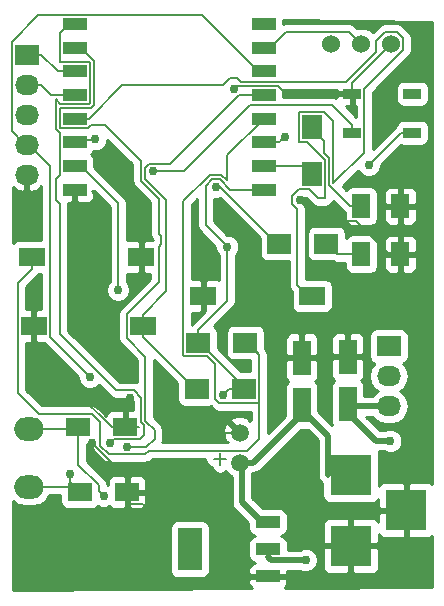
<source format=gtl>
G04 #@! TF.FileFunction,Copper,L1,Top,Signal*
%FSLAX46Y46*%
G04 Gerber Fmt 4.6, Leading zero omitted, Abs format (unit mm)*
G04 Created by KiCad (PCBNEW (2015-08-30 BZR 6134, Git 4e94d52)-product) date 02-Sep-15 10:21:18 AM*
%MOMM*%
G01*
G04 APERTURE LIST*
%ADD10C,0.100000*%
%ADD11C,0.150000*%
%ADD12R,3.500120X3.500120*%
%ADD13R,2.000000X1.600000*%
%ADD14R,1.501140X2.999740*%
%ADD15C,1.501140*%
%ADD16R,1.524000X2.032000*%
%ADD17R,2.032000X1.727200*%
%ADD18O,2.032000X1.727200*%
%ADD19R,2.000000X1.700000*%
%ADD20R,1.700000X2.000000*%
%ADD21C,1.524000*%
%ADD22R,2.180000X1.600000*%
%ADD23R,2.032000X3.657600*%
%ADD24R,2.032000X1.016000*%
%ADD25R,1.500000X0.900000*%
%ADD26O,2.499360X1.998980*%
%ADD27R,2.000000X1.000000*%
%ADD28C,0.762000*%
%ADD29C,2.500000*%
%ADD30C,0.177800*%
%ADD31C,0.500000*%
%ADD32C,0.254000*%
G04 APERTURE END LIST*
D10*
D11*
X157562740Y-114285760D02*
X157562740Y-113785380D01*
X157562740Y-114285760D02*
X157062360Y-114285760D01*
X157562740Y-114786140D02*
X157562740Y-114285760D01*
X157562740Y-114285760D02*
X157961520Y-114285760D01*
X157961520Y-114285760D02*
X158063120Y-114285760D01*
D12*
X168660000Y-115593860D03*
X168660000Y-121593340D03*
X173359000Y-118593600D03*
D13*
X145578000Y-111507000D03*
X149578000Y-111507000D03*
X145725320Y-117051820D03*
X149725320Y-117051820D03*
D14*
X164517260Y-105665000D03*
X164517260Y-109662960D03*
X168406000Y-105604040D03*
X168406000Y-109602000D03*
D15*
X159262000Y-112015000D03*
X159262000Y-114555000D03*
D16*
X172851000Y-92838000D03*
X169549000Y-92838000D03*
X172851000Y-96902000D03*
X169549000Y-96902000D03*
D17*
X171885800Y-104699800D03*
D18*
X171885800Y-107239800D03*
X171885800Y-109779800D03*
D17*
X141228000Y-80011000D03*
D18*
X141228000Y-82551000D03*
X141228000Y-85091000D03*
X141228000Y-87631000D03*
X141228000Y-90171000D03*
D19*
X155611000Y-108332000D03*
X159611000Y-108332000D03*
X159738000Y-104395000D03*
X155738000Y-104395000D03*
D20*
X165358000Y-90139000D03*
X165358000Y-86139000D03*
D19*
X162596000Y-96013000D03*
X166596000Y-96013000D03*
D21*
X169549000Y-79122000D03*
X172089000Y-79122000D03*
X167009000Y-79122000D03*
D22*
X156183570Y-100455680D03*
X165388430Y-100460320D03*
X151037430Y-103000320D03*
X141832570Y-102995680D03*
X141705570Y-97153680D03*
X150910430Y-97158320D03*
D23*
X155040520Y-121885440D03*
D24*
X161644520Y-121885440D03*
X161644520Y-119599440D03*
X161644520Y-124171440D03*
D25*
X173877000Y-86614000D03*
X173877000Y-83314000D03*
X168777000Y-83314000D03*
X168777000Y-86614000D03*
D26*
X141410880Y-111733060D03*
X141410880Y-116614940D03*
D27*
X161293000Y-91440000D03*
X161293000Y-89440000D03*
X161293000Y-87440000D03*
X161293000Y-85440000D03*
X161293000Y-83440000D03*
X161293000Y-81440000D03*
X161293000Y-79440000D03*
X161293000Y-77440000D03*
X145293000Y-91440000D03*
X145293000Y-89440000D03*
X145293000Y-87440000D03*
X145293000Y-85440000D03*
X145293000Y-83440000D03*
X145293000Y-81440000D03*
X145293000Y-79440000D03*
X145293000Y-77440000D03*
D28*
X147728423Y-117362101D03*
X145034000Y-109093000D03*
X146748500Y-112903000D03*
X149987000Y-109093000D03*
X153162404Y-111097619D03*
X152527000Y-118110000D03*
X156126336Y-98623680D03*
X141631116Y-101092624D03*
X151386678Y-95462320D03*
D29*
X173359000Y-118593600D03*
X168660000Y-121593340D03*
D28*
X158754000Y-82932000D03*
X164342000Y-92330000D03*
X152912000Y-116460000D03*
X144881085Y-115494484D03*
D29*
X168660000Y-115593860D03*
D28*
X164846000Y-122809000D03*
X172021500Y-112712500D03*
X170185224Y-89367861D03*
X158211267Y-96263342D03*
X157838560Y-108860249D03*
X146562000Y-107316000D03*
X163065422Y-86954627D03*
X157250410Y-91185488D03*
X148960658Y-99946441D03*
X147044859Y-87198672D03*
X149696232Y-113221421D03*
X148256123Y-112890009D03*
X151878986Y-89898399D03*
D30*
X145578000Y-111507000D02*
X145578000Y-114721728D01*
X147347424Y-116981102D02*
X147728423Y-117362101D01*
X147347424Y-116491152D02*
X147347424Y-116981102D01*
X145578000Y-114721728D02*
X147347424Y-116491152D01*
X141410880Y-111733060D02*
X145351940Y-111733060D01*
X145351940Y-111733060D02*
X145578000Y-111507000D01*
X145034000Y-109093000D02*
X145414999Y-108712001D01*
X145414999Y-108712001D02*
X145605201Y-108712001D01*
X145605201Y-108712001D02*
X148400200Y-111507000D01*
X148400200Y-111507000D02*
X149578000Y-111507000D01*
X149725320Y-117051820D02*
X149725320Y-115879820D01*
X149725320Y-115879820D02*
X146748500Y-112903000D01*
X149578000Y-111507000D02*
X149578000Y-109502000D01*
X149578000Y-109502000D02*
X149987000Y-109093000D01*
X153543403Y-111478618D02*
X153162404Y-111097619D01*
X154079785Y-112015000D02*
X153543403Y-111478618D01*
X159262000Y-112015000D02*
X154079785Y-112015000D01*
X149725320Y-118099320D02*
X152527000Y-118110000D01*
X149725320Y-118099320D02*
X149725320Y-117051820D01*
X149578000Y-111507000D02*
X150755800Y-111507000D01*
X156183570Y-100455680D02*
X156183570Y-98680914D01*
X156183570Y-98680914D02*
X156126336Y-98623680D01*
X141832570Y-102995680D02*
X141832570Y-101294078D01*
X141832570Y-101294078D02*
X141631116Y-101092624D01*
X150910430Y-97158320D02*
X150910430Y-95938568D01*
X150910430Y-95938568D02*
X151386678Y-95462320D01*
X168777000Y-83314000D02*
X163147062Y-83314000D01*
X163147062Y-83314000D02*
X162506361Y-82673299D01*
X162506361Y-82673299D02*
X159012701Y-82673299D01*
X159012701Y-82673299D02*
X158754000Y-82932000D01*
X172851000Y-96902000D02*
X171911200Y-96902000D01*
X171911200Y-96902000D02*
X169129901Y-94120701D01*
X169129901Y-94120701D02*
X166132701Y-94120701D01*
X166132701Y-94120701D02*
X164342000Y-92330000D01*
X172851000Y-92838000D02*
X172851000Y-96902000D01*
X149725320Y-117051820D02*
X152320180Y-117051820D01*
X152320180Y-117051820D02*
X152912000Y-116460000D01*
X168777000Y-83314000D02*
X168777000Y-82434000D01*
X168777000Y-82434000D02*
X172089000Y-79122000D01*
X144881085Y-115494484D02*
X144881085Y-116207585D01*
X144881085Y-116207585D02*
X145725320Y-117051820D01*
X141410880Y-116614940D02*
X145288440Y-116614940D01*
X145288440Y-116614940D02*
X145725320Y-117051820D01*
D31*
X159262000Y-114555000D02*
X159450026Y-114743026D01*
X159450026Y-114743026D02*
X159450026Y-117912946D01*
X159450026Y-117912946D02*
X161136520Y-119599440D01*
X164517260Y-110412260D02*
X164517260Y-110444452D01*
X164517260Y-110444452D02*
X160406712Y-114555000D01*
X160406712Y-114555000D02*
X160374520Y-114555000D01*
X164517260Y-109662960D02*
X164517260Y-110078710D01*
X164517260Y-110078710D02*
X166732140Y-112293590D01*
X166732140Y-112293590D02*
X166732140Y-115593860D01*
D30*
X166732140Y-115593860D02*
X168660000Y-115593860D01*
X164517260Y-109662960D02*
X164517260Y-110412260D01*
X160374520Y-114555000D02*
X160323466Y-114555000D01*
D31*
X160323466Y-114555000D02*
X159262000Y-114555000D01*
D30*
X161136520Y-119599440D02*
X161644520Y-119599440D01*
D31*
X164846000Y-122809000D02*
X161882280Y-122809000D01*
X161882280Y-122809000D02*
X161644520Y-122571240D01*
D30*
X161644520Y-122571240D02*
X161644520Y-121885440D01*
D31*
X168406000Y-110351300D02*
X170767200Y-112712500D01*
X170767200Y-112712500D02*
X172021500Y-112712500D01*
D30*
X168406000Y-109602000D02*
X168406000Y-110351300D01*
X162152520Y-121885440D02*
X161644520Y-121885440D01*
D31*
X171885800Y-109779800D02*
X168266300Y-109779800D01*
D30*
X168266300Y-109779800D02*
X168149460Y-109662960D01*
X168149460Y-110412260D02*
X168149460Y-109662960D01*
X173877000Y-86614000D02*
X172939085Y-86614000D01*
X172939085Y-86614000D02*
X170185224Y-89367861D01*
X155738000Y-103367200D02*
X158211267Y-100893933D01*
X158211267Y-96802157D02*
X158211267Y-96263342D01*
X156365168Y-91112130D02*
X156365168Y-94417243D01*
X157561308Y-90537786D02*
X156939512Y-90537786D01*
X158211267Y-100893933D02*
X158211267Y-96802157D01*
X158463522Y-91440000D02*
X157561308Y-90537786D01*
X155738000Y-104395000D02*
X155738000Y-103367200D01*
X157830268Y-95882343D02*
X158211267Y-96263342D01*
X156365168Y-94417243D02*
X157830268Y-95882343D01*
X161293000Y-91440000D02*
X158463522Y-91440000D01*
X156939512Y-90537786D02*
X156365168Y-91112130D01*
X159611000Y-108332000D02*
X158366809Y-108332000D01*
X158366809Y-108332000D02*
X157838560Y-108860249D01*
X161293000Y-81440000D02*
X160793000Y-81440000D01*
X160793000Y-81440000D02*
X156026299Y-76673299D01*
X156026299Y-76673299D02*
X142206039Y-76673299D01*
X142206039Y-76673299D02*
X139945290Y-78934048D01*
X139945290Y-78934048D02*
X139945290Y-86500690D01*
X139945290Y-86500690D02*
X141075600Y-87631000D01*
X141075600Y-87631000D02*
X141228000Y-87631000D01*
X155738000Y-104395000D02*
X155888000Y-104395000D01*
X155888000Y-104395000D02*
X159611000Y-108118000D01*
X159611000Y-108118000D02*
X159611000Y-108332000D01*
X141228000Y-87631000D02*
X141380400Y-87631000D01*
X141380400Y-87631000D02*
X143189271Y-89439871D01*
X143189271Y-89439871D02*
X143189271Y-103943271D01*
X143189271Y-103943271D02*
X146562000Y-107316000D01*
X166385800Y-88333829D02*
X166385800Y-87316800D01*
X166385800Y-87316800D02*
X165358000Y-86289000D01*
X165358000Y-86289000D02*
X165358000Y-86139000D01*
X169549000Y-92838000D02*
X168609200Y-92838000D01*
X166830312Y-88778341D02*
X166385800Y-88333829D01*
X166830312Y-91059112D02*
X166830312Y-88778341D01*
X168609200Y-92838000D02*
X166830312Y-91059112D01*
X169549000Y-96902000D02*
X167485000Y-96902000D01*
X167485000Y-96902000D02*
X166596000Y-96013000D01*
X161293000Y-89440000D02*
X164659000Y-89440000D01*
X164659000Y-89440000D02*
X165358000Y-90139000D01*
X162580049Y-87440000D02*
X162684423Y-87335626D01*
X161293000Y-87440000D02*
X162580049Y-87440000D01*
X162684423Y-87335626D02*
X163065422Y-86954627D01*
X162596000Y-96013000D02*
X162446000Y-96013000D01*
X162446000Y-96013000D02*
X157618488Y-91185488D01*
X157618488Y-91185488D02*
X157250410Y-91185488D01*
X141705570Y-98131480D02*
X141705570Y-97153680D01*
X140475869Y-99361181D02*
X141705570Y-98131480D01*
X140475869Y-108684931D02*
X140475869Y-99361181D01*
X142231237Y-110440299D02*
X140475869Y-108684931D01*
X146791361Y-110440299D02*
X142231237Y-110440299D01*
X147459702Y-113111294D02*
X147459702Y-111108640D01*
X148217531Y-113869123D02*
X147459702Y-113111294D01*
X151212386Y-113869123D02*
X148217531Y-113869123D01*
X160915800Y-112520200D02*
X159898271Y-113537729D01*
X159888000Y-104395000D02*
X160915800Y-105422800D01*
X160915800Y-105422800D02*
X160915800Y-112520200D01*
X151543780Y-113537729D02*
X151212386Y-113869123D01*
X159898271Y-113537729D02*
X151543780Y-113537729D01*
X147459702Y-111108640D02*
X146791361Y-110440299D01*
X158199730Y-90673299D02*
X158199730Y-88533270D01*
X158199730Y-88533270D02*
X161293000Y-85440000D01*
X156501793Y-105511701D02*
X154524639Y-105511701D01*
X156711969Y-90182175D02*
X157708606Y-90182175D01*
X154471299Y-105458361D02*
X154471299Y-92422845D01*
X154524639Y-105511701D02*
X154471299Y-105458361D01*
X157190859Y-109171146D02*
X157190859Y-106200767D01*
X157527663Y-109507950D02*
X157190859Y-109171146D01*
X160765112Y-109507950D02*
X157527663Y-109507950D01*
X160877701Y-109395361D02*
X160765112Y-109507950D01*
X160877701Y-105384701D02*
X160877701Y-109395361D01*
X157708606Y-90182175D02*
X158199730Y-90673299D01*
X157190859Y-106200767D02*
X156501793Y-105511701D01*
X154471299Y-92422845D02*
X156711969Y-90182175D01*
X159888000Y-104395000D02*
X160877701Y-105384701D01*
X159738000Y-104395000D02*
X159888000Y-104395000D01*
X153026299Y-92327599D02*
X153026299Y-100033651D01*
X151231285Y-89587502D02*
X151231285Y-90532585D01*
X151037430Y-102022520D02*
X151037430Y-103000320D01*
X161293000Y-83440000D02*
X159185978Y-83440000D01*
X159185978Y-83440000D02*
X153375280Y-89250698D01*
X151568089Y-89250698D02*
X151231285Y-89587502D01*
X153375280Y-89250698D02*
X151568089Y-89250698D01*
X151231285Y-90532585D02*
X153026299Y-92327599D01*
X153026299Y-100033651D02*
X151037430Y-102022520D01*
X155611000Y-108332000D02*
X155461000Y-108332000D01*
X155461000Y-108332000D02*
X151037430Y-103908430D01*
X151037430Y-103908430D02*
X151037430Y-103000320D01*
X161293000Y-79440000D02*
X161793000Y-79440000D01*
X161793000Y-79440000D02*
X163139701Y-78093299D01*
X163139701Y-78093299D02*
X168520299Y-78093299D01*
X168520299Y-78093299D02*
X168787001Y-78360001D01*
X168787001Y-78360001D02*
X169549000Y-79122000D01*
X148960658Y-99407626D02*
X148960658Y-99946441D01*
X148960658Y-92607658D02*
X148960658Y-99407626D01*
X145293000Y-89440000D02*
X145793000Y-89440000D01*
X145793000Y-89440000D02*
X148960658Y-92607658D01*
X146993531Y-87250000D02*
X147044859Y-87198672D01*
X146054000Y-87250000D02*
X146993531Y-87250000D01*
X149313501Y-82597299D02*
X146470800Y-85440000D01*
X164120630Y-93067230D02*
X163694298Y-92640898D01*
X164241299Y-84925639D02*
X164294639Y-84872299D01*
X165913498Y-92180898D02*
X166474702Y-92180898D01*
X163694298Y-92640898D02*
X163694298Y-92019102D01*
X164285102Y-91428298D02*
X165160898Y-91428298D01*
X170798701Y-78889821D02*
X170798701Y-79782391D01*
X171595223Y-78093299D02*
X170798701Y-78889821D01*
X172582777Y-78093299D02*
X171595223Y-78093299D01*
X165388430Y-100460320D02*
X165098430Y-100460320D01*
X159064898Y-82030298D02*
X158443102Y-82030298D01*
X168263404Y-82317688D02*
X159352288Y-82317688D01*
X164120630Y-99482520D02*
X164120630Y-93067230D01*
X164241299Y-87352361D02*
X164241299Y-84925639D01*
X157876101Y-82597299D02*
X149313501Y-82597299D01*
X165160898Y-91428298D02*
X165913498Y-92180898D01*
X167185922Y-90911814D02*
X169793701Y-88304035D01*
X158443102Y-82030298D02*
X157876101Y-82597299D01*
X164294639Y-87405701D02*
X164241299Y-87352361D01*
X166474702Y-92180898D02*
X166474702Y-88925639D01*
X159352288Y-82317688D02*
X159064898Y-82030298D01*
X165098430Y-100460320D02*
X164120630Y-99482520D01*
X173117701Y-79615777D02*
X173117701Y-78628223D01*
X164294639Y-84872299D02*
X166421361Y-84872299D01*
X146470800Y-85440000D02*
X145293000Y-85440000D01*
X167185922Y-85636860D02*
X167185922Y-90911814D01*
X166421361Y-84872299D02*
X167185922Y-85636860D01*
X164954764Y-87405701D02*
X164294639Y-87405701D01*
X166474702Y-88925639D02*
X164954764Y-87405701D01*
X163694298Y-92019102D02*
X164285102Y-91428298D01*
X169793701Y-88304035D02*
X169793701Y-82939777D01*
X170798701Y-79782391D02*
X168263404Y-82317688D01*
X169793701Y-82939777D02*
X173117701Y-79615777D01*
X173117701Y-78628223D02*
X172582777Y-78093299D01*
X142421800Y-82551000D02*
X143310800Y-83440000D01*
X141228000Y-82551000D02*
X142421800Y-82551000D01*
X143310800Y-83440000D02*
X144115200Y-83440000D01*
X144115200Y-83440000D02*
X145293000Y-83440000D01*
X141228000Y-80011000D02*
X142421800Y-80011000D01*
X142421800Y-80011000D02*
X143850800Y-81440000D01*
X143850800Y-81440000D02*
X144115200Y-81440000D01*
X144115200Y-81440000D02*
X145293000Y-81440000D01*
X146915312Y-80562312D02*
X146915312Y-84300659D01*
X145793000Y-79440000D02*
X146915312Y-80562312D01*
X150875674Y-90679883D02*
X152394131Y-92198340D01*
X147853902Y-85996810D02*
X150875674Y-89018582D01*
X146644581Y-85996810D02*
X147853902Y-85996810D01*
X152394131Y-95169722D02*
X152612222Y-95387813D01*
X151260999Y-111006382D02*
X152047702Y-111793085D01*
X149680729Y-104013681D02*
X151260999Y-105593951D01*
X152394131Y-96280228D02*
X152394131Y-99273557D01*
X149680729Y-101986959D02*
X149680729Y-104013681D01*
X144079639Y-86206701D02*
X146434690Y-86206701D01*
X144026299Y-86153361D02*
X144079639Y-86206701D01*
X151357179Y-113221421D02*
X149696232Y-113221421D01*
X152047702Y-112530898D02*
X151357179Y-113221421D01*
X146434690Y-86206701D02*
X146644581Y-85996810D01*
X151260999Y-105593951D02*
X151260999Y-111006382D01*
X152047702Y-111793085D02*
X152047702Y-112530898D01*
X146915312Y-84300659D02*
X146653659Y-84562312D01*
X152612222Y-96062137D02*
X152394131Y-96280228D01*
X152394131Y-92198340D02*
X152394131Y-95169722D01*
X145293000Y-79440000D02*
X145793000Y-79440000D01*
X146653659Y-84562312D02*
X144026299Y-84562312D01*
X150875674Y-89018582D02*
X150875674Y-90679883D01*
X152394131Y-99273557D02*
X149680729Y-101986959D01*
X152612222Y-95387813D02*
X152612222Y-96062137D01*
X144026299Y-84562312D02*
X144026299Y-86153361D01*
X150903098Y-109050500D02*
X150903098Y-111151390D01*
X148572431Y-112573701D02*
X148256123Y-112890009D01*
X150791361Y-112573701D02*
X148572431Y-112573701D01*
X150297897Y-108445299D02*
X150903098Y-109050500D01*
X144026299Y-103675237D02*
X148796361Y-108445299D01*
X151111410Y-112253652D02*
X150791361Y-112573701D01*
X144026299Y-92656269D02*
X144026299Y-103675237D01*
X143670688Y-83795611D02*
X143670688Y-86300659D01*
X143670688Y-90579341D02*
X143670688Y-92300659D01*
X144026299Y-86656270D02*
X144026299Y-90223731D01*
X143670688Y-86300659D02*
X144026299Y-86656270D01*
X151111410Y-111359702D02*
X151111410Y-112253652D01*
X144081778Y-84206701D02*
X143670688Y-83795611D01*
X146506361Y-80673299D02*
X146559701Y-80726639D01*
X143670688Y-92300659D02*
X144026299Y-92656269D01*
X148796361Y-108445299D02*
X150297897Y-108445299D01*
X144079639Y-80673299D02*
X146506361Y-80673299D01*
X144026299Y-80619959D02*
X144079639Y-80673299D01*
X144026299Y-78206701D02*
X144026299Y-80619959D01*
X144793000Y-77440000D02*
X144026299Y-78206701D01*
X146506361Y-84206701D02*
X144081778Y-84206701D01*
X144026299Y-90223731D02*
X143670688Y-90579341D01*
X146559701Y-84153361D02*
X146506361Y-84206701D01*
X150903098Y-111151390D02*
X151111410Y-111359702D01*
X145293000Y-77440000D02*
X144793000Y-77440000D01*
X146559701Y-80726639D02*
X146559701Y-84153361D01*
X154508335Y-89898399D02*
X151878986Y-89898399D01*
X160089047Y-84317687D02*
X154508335Y-89898399D01*
X152417801Y-89898399D02*
X151878986Y-89898399D01*
X167108487Y-84317687D02*
X160089047Y-84317687D01*
X168777000Y-85986200D02*
X167108487Y-84317687D01*
X168777000Y-86614000D02*
X168777000Y-85986200D01*
D32*
G36*
X175570000Y-77214654D02*
X175570000Y-116406455D01*
X175468759Y-116305213D01*
X175235370Y-116208540D01*
X173644750Y-116208540D01*
X173486000Y-116367290D01*
X173486000Y-118466600D01*
X173506000Y-118466600D01*
X173506000Y-118720600D01*
X173486000Y-118720600D01*
X173486000Y-120819910D01*
X173644750Y-120978660D01*
X175235370Y-120978660D01*
X175468759Y-120881987D01*
X175570000Y-120780745D01*
X175570000Y-125099208D01*
X163050614Y-125187372D01*
X163198847Y-125039138D01*
X163295520Y-124805749D01*
X163295520Y-124457190D01*
X163136770Y-124298440D01*
X161771520Y-124298440D01*
X161771520Y-124318440D01*
X161517520Y-124318440D01*
X161517520Y-124298440D01*
X160152270Y-124298440D01*
X159993520Y-124457190D01*
X159993520Y-124805749D01*
X160090193Y-125039138D01*
X160258092Y-125207038D01*
X140085000Y-125349102D01*
X140085000Y-120056640D01*
X153377080Y-120056640D01*
X153377080Y-123714240D01*
X153421358Y-123949557D01*
X153560430Y-124165681D01*
X153772630Y-124310671D01*
X154024520Y-124361680D01*
X156056520Y-124361680D01*
X156291837Y-124317402D01*
X156507961Y-124178330D01*
X156652951Y-123966130D01*
X156703960Y-123714240D01*
X156703960Y-120056640D01*
X156659682Y-119821323D01*
X156520610Y-119605199D01*
X156308410Y-119460209D01*
X156056520Y-119409200D01*
X154024520Y-119409200D01*
X153789203Y-119453478D01*
X153573079Y-119592550D01*
X153428089Y-119804750D01*
X153377080Y-120056640D01*
X140085000Y-120056640D01*
X140085000Y-117848871D01*
X140498275Y-118125012D01*
X141123767Y-118249430D01*
X141697993Y-118249430D01*
X142323485Y-118125012D01*
X142853752Y-117770699D01*
X143142311Y-117338840D01*
X144077880Y-117338840D01*
X144077880Y-117851820D01*
X144122158Y-118087137D01*
X144261230Y-118303261D01*
X144473430Y-118448251D01*
X144725320Y-118499260D01*
X146725320Y-118499260D01*
X146960637Y-118454982D01*
X147176761Y-118315910D01*
X147220816Y-118251433D01*
X147525441Y-118377925D01*
X147929631Y-118378277D01*
X148229746Y-118254272D01*
X148365622Y-118390147D01*
X148599011Y-118486820D01*
X149439570Y-118486820D01*
X149598320Y-118328070D01*
X149598320Y-117178820D01*
X149852320Y-117178820D01*
X149852320Y-118328070D01*
X150011070Y-118486820D01*
X150851629Y-118486820D01*
X151085018Y-118390147D01*
X151263647Y-118211519D01*
X151360320Y-117978130D01*
X151360320Y-117337570D01*
X151201570Y-117178820D01*
X149852320Y-117178820D01*
X149598320Y-117178820D01*
X149578320Y-117178820D01*
X149578320Y-116924820D01*
X149598320Y-116924820D01*
X149598320Y-115775570D01*
X149852320Y-115775570D01*
X149852320Y-116924820D01*
X151201570Y-116924820D01*
X151360320Y-116766070D01*
X151360320Y-116125510D01*
X151263647Y-115892121D01*
X151085018Y-115713493D01*
X150851629Y-115616820D01*
X150011070Y-115616820D01*
X149852320Y-115775570D01*
X149598320Y-115775570D01*
X149439570Y-115616820D01*
X148599011Y-115616820D01*
X148365622Y-115713493D01*
X148186993Y-115892121D01*
X148090320Y-116125510D01*
X148090320Y-116412265D01*
X148052509Y-116396564D01*
X148016220Y-116214127D01*
X147859299Y-115979277D01*
X147859296Y-115979275D01*
X146301900Y-114421878D01*
X146301900Y-112954440D01*
X146578000Y-112954440D01*
X146735802Y-112924747D01*
X146735802Y-113111289D01*
X146735801Y-113111294D01*
X146765522Y-113260705D01*
X146790906Y-113388319D01*
X146926941Y-113591910D01*
X146947827Y-113623169D01*
X147705656Y-114380998D01*
X147940506Y-114537919D01*
X147986468Y-114547062D01*
X148217531Y-114593024D01*
X148217536Y-114593023D01*
X151212381Y-114593023D01*
X151212386Y-114593024D01*
X151443449Y-114547062D01*
X151489411Y-114537919D01*
X151724261Y-114380998D01*
X151843630Y-114261629D01*
X156357160Y-114261629D01*
X156352360Y-114285760D01*
X156406406Y-114557465D01*
X156560314Y-114787806D01*
X156790655Y-114941714D01*
X156887518Y-114960982D01*
X156906786Y-115057845D01*
X157060694Y-115288186D01*
X157291035Y-115442094D01*
X157562740Y-115496140D01*
X157834445Y-115442094D01*
X158064786Y-115288186D01*
X158065386Y-115287288D01*
X158086686Y-115338837D01*
X158476113Y-115728944D01*
X158565026Y-115765864D01*
X158565026Y-117912941D01*
X158565025Y-117912946D01*
X158607209Y-118125012D01*
X158632393Y-118251621D01*
X158724953Y-118390147D01*
X158824236Y-118538736D01*
X159981080Y-119695579D01*
X159981080Y-120107440D01*
X160025358Y-120342757D01*
X160164430Y-120558881D01*
X160376630Y-120703871D01*
X160564834Y-120741983D01*
X160393203Y-120774278D01*
X160177079Y-120913350D01*
X160032089Y-121125550D01*
X159981080Y-121377440D01*
X159981080Y-122393440D01*
X160025358Y-122628757D01*
X160164430Y-122844881D01*
X160376630Y-122989871D01*
X160567089Y-123028440D01*
X160502210Y-123028440D01*
X160268821Y-123125113D01*
X160090193Y-123303742D01*
X159993520Y-123537131D01*
X159993520Y-123885690D01*
X160152270Y-124044440D01*
X161517520Y-124044440D01*
X161517520Y-124024440D01*
X161771520Y-124024440D01*
X161771520Y-124044440D01*
X163136770Y-124044440D01*
X163295520Y-123885690D01*
X163295520Y-123694000D01*
X164327960Y-123694000D01*
X164643018Y-123824824D01*
X165047208Y-123825176D01*
X165420766Y-123670825D01*
X165706821Y-123385269D01*
X165861824Y-123011982D01*
X165862176Y-122607792D01*
X165707825Y-122234234D01*
X165422269Y-121948179D01*
X165255885Y-121879090D01*
X166274940Y-121879090D01*
X166274940Y-123469709D01*
X166371613Y-123703098D01*
X166550241Y-123881727D01*
X166783630Y-123978400D01*
X168374250Y-123978400D01*
X168533000Y-123819650D01*
X168533000Y-121720340D01*
X168787000Y-121720340D01*
X168787000Y-123819650D01*
X168945750Y-123978400D01*
X170536370Y-123978400D01*
X170769759Y-123881727D01*
X170948387Y-123703098D01*
X171045060Y-123469709D01*
X171045060Y-121879090D01*
X170886310Y-121720340D01*
X168787000Y-121720340D01*
X168533000Y-121720340D01*
X166433690Y-121720340D01*
X166274940Y-121879090D01*
X165255885Y-121879090D01*
X165048982Y-121793176D01*
X164644792Y-121792824D01*
X164327322Y-121924000D01*
X163307960Y-121924000D01*
X163307960Y-121377440D01*
X163263682Y-121142123D01*
X163124610Y-120925999D01*
X162912410Y-120781009D01*
X162724206Y-120742897D01*
X162895837Y-120710602D01*
X163111961Y-120571530D01*
X163256951Y-120359330D01*
X163307960Y-120107440D01*
X163307960Y-119716971D01*
X166274940Y-119716971D01*
X166274940Y-121307590D01*
X166433690Y-121466340D01*
X168533000Y-121466340D01*
X168533000Y-119367030D01*
X168787000Y-119367030D01*
X168787000Y-121466340D01*
X170886310Y-121466340D01*
X171045060Y-121307590D01*
X171045060Y-120641668D01*
X171070613Y-120703358D01*
X171249241Y-120881987D01*
X171482630Y-120978660D01*
X173073250Y-120978660D01*
X173232000Y-120819910D01*
X173232000Y-118720600D01*
X171132690Y-118720600D01*
X170973940Y-118879350D01*
X170973940Y-119545272D01*
X170948387Y-119483582D01*
X170769759Y-119304953D01*
X170536370Y-119208280D01*
X168945750Y-119208280D01*
X168787000Y-119367030D01*
X168533000Y-119367030D01*
X168374250Y-119208280D01*
X166783630Y-119208280D01*
X166550241Y-119304953D01*
X166371613Y-119483582D01*
X166274940Y-119716971D01*
X163307960Y-119716971D01*
X163307960Y-119091440D01*
X163263682Y-118856123D01*
X163124610Y-118639999D01*
X162912410Y-118495009D01*
X162660520Y-118444000D01*
X161232659Y-118444000D01*
X160335026Y-117546366D01*
X160335026Y-115441629D01*
X160339941Y-115436723D01*
X160348993Y-115434922D01*
X160374520Y-115440000D01*
X160406707Y-115440000D01*
X160406712Y-115440001D01*
X160689196Y-115383810D01*
X160745387Y-115372633D01*
X161032502Y-115180790D01*
X164403021Y-111810270D01*
X164997240Y-111810270D01*
X165847140Y-112660169D01*
X165847140Y-115593860D01*
X165914507Y-115932535D01*
X166106350Y-116219650D01*
X166262500Y-116323985D01*
X166262500Y-117343920D01*
X166306778Y-117579237D01*
X166445850Y-117795361D01*
X166658050Y-117940351D01*
X166909940Y-117991360D01*
X170410060Y-117991360D01*
X170645377Y-117947082D01*
X170861501Y-117808010D01*
X170973940Y-117643450D01*
X170973940Y-118307850D01*
X171132690Y-118466600D01*
X173232000Y-118466600D01*
X173232000Y-116367290D01*
X173073250Y-116208540D01*
X171482630Y-116208540D01*
X171249241Y-116305213D01*
X171070613Y-116483842D01*
X171057500Y-116515500D01*
X171057500Y-113843800D01*
X171013222Y-113608483D01*
X171006155Y-113597500D01*
X171503460Y-113597500D01*
X171818518Y-113728324D01*
X172222708Y-113728676D01*
X172596266Y-113574325D01*
X172882321Y-113288769D01*
X173037324Y-112915482D01*
X173037676Y-112511292D01*
X172883325Y-112137734D01*
X172597769Y-111851679D01*
X172224482Y-111696676D01*
X171820292Y-111696324D01*
X171502822Y-111827500D01*
X171133779Y-111827500D01*
X169971080Y-110664800D01*
X170524674Y-110664800D01*
X170641385Y-110839470D01*
X171127566Y-111164326D01*
X171701055Y-111278400D01*
X172070545Y-111278400D01*
X172644034Y-111164326D01*
X173130215Y-110839470D01*
X173455071Y-110353289D01*
X173569145Y-109779800D01*
X173455071Y-109206311D01*
X173130215Y-108720130D01*
X172815434Y-108509800D01*
X173130215Y-108299470D01*
X173455071Y-107813289D01*
X173569145Y-107239800D01*
X173455071Y-106666311D01*
X173130215Y-106180130D01*
X173115887Y-106170557D01*
X173137117Y-106166562D01*
X173353241Y-106027490D01*
X173498231Y-105815290D01*
X173549240Y-105563400D01*
X173549240Y-103836200D01*
X173504962Y-103600883D01*
X173365890Y-103384759D01*
X173153690Y-103239769D01*
X172901800Y-103188760D01*
X170869800Y-103188760D01*
X170634483Y-103233038D01*
X170418359Y-103372110D01*
X170273369Y-103584310D01*
X170222360Y-103836200D01*
X170222360Y-105563400D01*
X170266638Y-105798717D01*
X170405710Y-106014841D01*
X170617910Y-106159831D01*
X170659239Y-106168200D01*
X170641385Y-106180130D01*
X170316529Y-106666311D01*
X170202455Y-107239800D01*
X170316529Y-107813289D01*
X170641385Y-108299470D01*
X170956166Y-108509800D01*
X170641385Y-108720130D01*
X170524674Y-108894800D01*
X169804010Y-108894800D01*
X169804010Y-108102130D01*
X169759732Y-107866813D01*
X169620660Y-107650689D01*
X169553622Y-107604884D01*
X169694897Y-107463608D01*
X169791570Y-107230219D01*
X169791570Y-105889790D01*
X169632820Y-105731040D01*
X168533000Y-105731040D01*
X168533000Y-105751040D01*
X168279000Y-105751040D01*
X168279000Y-105731040D01*
X167179180Y-105731040D01*
X167020430Y-105889790D01*
X167020430Y-107230219D01*
X167117103Y-107463608D01*
X167257257Y-107603763D01*
X167203989Y-107638040D01*
X167058999Y-107850240D01*
X167007990Y-108102130D01*
X167007990Y-111101870D01*
X167052268Y-111337187D01*
X167097304Y-111407175D01*
X165915270Y-110225140D01*
X165915270Y-108163090D01*
X165870992Y-107927773D01*
X165731920Y-107711649D01*
X165664882Y-107665844D01*
X165806157Y-107524568D01*
X165902830Y-107291179D01*
X165902830Y-105950750D01*
X165744080Y-105792000D01*
X164644260Y-105792000D01*
X164644260Y-105812000D01*
X164390260Y-105812000D01*
X164390260Y-105792000D01*
X163290440Y-105792000D01*
X163131690Y-105950750D01*
X163131690Y-107291179D01*
X163228363Y-107524568D01*
X163368517Y-107664723D01*
X163315249Y-107699000D01*
X163170259Y-107911200D01*
X163119250Y-108163090D01*
X163119250Y-110590883D01*
X161639700Y-112070432D01*
X161639700Y-105422805D01*
X161639701Y-105422800D01*
X161584597Y-105145776D01*
X161487076Y-104999826D01*
X161427675Y-104910925D01*
X161427672Y-104910923D01*
X161389578Y-104872829D01*
X161389576Y-104872826D01*
X161389573Y-104872824D01*
X161385440Y-104868691D01*
X161385440Y-104038821D01*
X163131690Y-104038821D01*
X163131690Y-105379250D01*
X163290440Y-105538000D01*
X164390260Y-105538000D01*
X164390260Y-103688880D01*
X164644260Y-103688880D01*
X164644260Y-105538000D01*
X165744080Y-105538000D01*
X165902830Y-105379250D01*
X165902830Y-104038821D01*
X165877580Y-103977861D01*
X167020430Y-103977861D01*
X167020430Y-105318290D01*
X167179180Y-105477040D01*
X168279000Y-105477040D01*
X168279000Y-103627920D01*
X168533000Y-103627920D01*
X168533000Y-105477040D01*
X169632820Y-105477040D01*
X169791570Y-105318290D01*
X169791570Y-103977861D01*
X169694897Y-103744472D01*
X169516269Y-103565843D01*
X169282880Y-103469170D01*
X168691750Y-103469170D01*
X168533000Y-103627920D01*
X168279000Y-103627920D01*
X168120250Y-103469170D01*
X167529120Y-103469170D01*
X167295731Y-103565843D01*
X167117103Y-103744472D01*
X167020430Y-103977861D01*
X165877580Y-103977861D01*
X165806157Y-103805432D01*
X165627529Y-103626803D01*
X165394140Y-103530130D01*
X164803010Y-103530130D01*
X164644260Y-103688880D01*
X164390260Y-103688880D01*
X164231510Y-103530130D01*
X163640380Y-103530130D01*
X163406991Y-103626803D01*
X163228363Y-103805432D01*
X163131690Y-104038821D01*
X161385440Y-104038821D01*
X161385440Y-103545000D01*
X161341162Y-103309683D01*
X161202090Y-103093559D01*
X160989890Y-102948569D01*
X160738000Y-102897560D01*
X158738000Y-102897560D01*
X158502683Y-102941838D01*
X158286559Y-103080910D01*
X158141569Y-103293110D01*
X158090560Y-103545000D01*
X158090560Y-105245000D01*
X158134838Y-105480317D01*
X158273910Y-105696441D01*
X158486110Y-105841431D01*
X158738000Y-105892440D01*
X160153801Y-105892440D01*
X160153801Y-106834560D01*
X159351310Y-106834560D01*
X157385440Y-104868690D01*
X157385440Y-103545000D01*
X157341162Y-103309683D01*
X157202090Y-103093559D01*
X157103057Y-103025893D01*
X158723139Y-101405810D01*
X158723142Y-101405808D01*
X158880063Y-101170958D01*
X158880064Y-101170957D01*
X158935168Y-100893933D01*
X158935167Y-100893928D01*
X158935167Y-96976293D01*
X159072088Y-96839611D01*
X159227091Y-96466324D01*
X159227443Y-96062134D01*
X159073092Y-95688576D01*
X158787536Y-95402521D01*
X158414249Y-95247518D01*
X158219022Y-95247348D01*
X157089068Y-94117393D01*
X157089068Y-92201348D01*
X157451618Y-92201664D01*
X157564339Y-92155089D01*
X160948560Y-95539310D01*
X160948560Y-96863000D01*
X160992838Y-97098317D01*
X161131910Y-97314441D01*
X161344110Y-97459431D01*
X161596000Y-97510440D01*
X163396730Y-97510440D01*
X163396730Y-99482515D01*
X163396729Y-99482520D01*
X163442691Y-99713583D01*
X163451834Y-99759545D01*
X163558713Y-99919501D01*
X163608755Y-99994395D01*
X163650990Y-100036630D01*
X163650990Y-101260320D01*
X163695268Y-101495637D01*
X163834340Y-101711761D01*
X164046540Y-101856751D01*
X164298430Y-101907760D01*
X166478430Y-101907760D01*
X166713747Y-101863482D01*
X166929871Y-101724410D01*
X167074861Y-101512210D01*
X167125870Y-101260320D01*
X167125870Y-99660320D01*
X167081592Y-99425003D01*
X166942520Y-99208879D01*
X166730320Y-99063889D01*
X166478430Y-99012880D01*
X164844530Y-99012880D01*
X164844530Y-95163000D01*
X164948560Y-95163000D01*
X164948560Y-96863000D01*
X164992838Y-97098317D01*
X165131910Y-97314441D01*
X165344110Y-97459431D01*
X165596000Y-97510440D01*
X167117645Y-97510440D01*
X167130047Y-97518726D01*
X167207976Y-97570797D01*
X167485000Y-97625901D01*
X167485005Y-97625900D01*
X168139560Y-97625900D01*
X168139560Y-97918000D01*
X168183838Y-98153317D01*
X168322910Y-98369441D01*
X168535110Y-98514431D01*
X168787000Y-98565440D01*
X170311000Y-98565440D01*
X170546317Y-98521162D01*
X170762441Y-98382090D01*
X170907431Y-98169890D01*
X170958440Y-97918000D01*
X170958440Y-97187750D01*
X171454000Y-97187750D01*
X171454000Y-98044310D01*
X171550673Y-98277699D01*
X171729302Y-98456327D01*
X171962691Y-98553000D01*
X172565250Y-98553000D01*
X172724000Y-98394250D01*
X172724000Y-97029000D01*
X172978000Y-97029000D01*
X172978000Y-98394250D01*
X173136750Y-98553000D01*
X173739309Y-98553000D01*
X173972698Y-98456327D01*
X174151327Y-98277699D01*
X174248000Y-98044310D01*
X174248000Y-97187750D01*
X174089250Y-97029000D01*
X172978000Y-97029000D01*
X172724000Y-97029000D01*
X171612750Y-97029000D01*
X171454000Y-97187750D01*
X170958440Y-97187750D01*
X170958440Y-95886000D01*
X170934674Y-95759690D01*
X171454000Y-95759690D01*
X171454000Y-96616250D01*
X171612750Y-96775000D01*
X172724000Y-96775000D01*
X172724000Y-95409750D01*
X172978000Y-95409750D01*
X172978000Y-96775000D01*
X174089250Y-96775000D01*
X174248000Y-96616250D01*
X174248000Y-95759690D01*
X174151327Y-95526301D01*
X173972698Y-95347673D01*
X173739309Y-95251000D01*
X173136750Y-95251000D01*
X172978000Y-95409750D01*
X172724000Y-95409750D01*
X172565250Y-95251000D01*
X171962691Y-95251000D01*
X171729302Y-95347673D01*
X171550673Y-95526301D01*
X171454000Y-95759690D01*
X170934674Y-95759690D01*
X170914162Y-95650683D01*
X170775090Y-95434559D01*
X170562890Y-95289569D01*
X170311000Y-95238560D01*
X168787000Y-95238560D01*
X168551683Y-95282838D01*
X168335559Y-95421910D01*
X168243440Y-95556731D01*
X168243440Y-95163000D01*
X168199162Y-94927683D01*
X168060090Y-94711559D01*
X167847890Y-94566569D01*
X167596000Y-94515560D01*
X165596000Y-94515560D01*
X165360683Y-94559838D01*
X165144559Y-94698910D01*
X164999569Y-94911110D01*
X164948560Y-95163000D01*
X164844530Y-95163000D01*
X164844530Y-93067230D01*
X164789426Y-92790205D01*
X164632505Y-92555355D01*
X164632502Y-92555353D01*
X164418198Y-92341048D01*
X164418198Y-92318952D01*
X164584952Y-92152198D01*
X164861048Y-92152198D01*
X165401623Y-92692773D01*
X165636473Y-92849694D01*
X165913498Y-92904798D01*
X166474702Y-92904798D01*
X166751727Y-92849694D01*
X166986577Y-92692773D01*
X167143498Y-92457923D01*
X167153764Y-92406313D01*
X168097323Y-93349872D01*
X168097325Y-93349875D01*
X168139560Y-93378095D01*
X168139560Y-93854000D01*
X168183838Y-94089317D01*
X168322910Y-94305441D01*
X168535110Y-94450431D01*
X168787000Y-94501440D01*
X170311000Y-94501440D01*
X170546317Y-94457162D01*
X170762441Y-94318090D01*
X170907431Y-94105890D01*
X170958440Y-93854000D01*
X170958440Y-93123750D01*
X171454000Y-93123750D01*
X171454000Y-93980310D01*
X171550673Y-94213699D01*
X171729302Y-94392327D01*
X171962691Y-94489000D01*
X172565250Y-94489000D01*
X172724000Y-94330250D01*
X172724000Y-92965000D01*
X172978000Y-92965000D01*
X172978000Y-94330250D01*
X173136750Y-94489000D01*
X173739309Y-94489000D01*
X173972698Y-94392327D01*
X174151327Y-94213699D01*
X174248000Y-93980310D01*
X174248000Y-93123750D01*
X174089250Y-92965000D01*
X172978000Y-92965000D01*
X172724000Y-92965000D01*
X171612750Y-92965000D01*
X171454000Y-93123750D01*
X170958440Y-93123750D01*
X170958440Y-91822000D01*
X170934674Y-91695690D01*
X171454000Y-91695690D01*
X171454000Y-92552250D01*
X171612750Y-92711000D01*
X172724000Y-92711000D01*
X172724000Y-91345750D01*
X172978000Y-91345750D01*
X172978000Y-92711000D01*
X174089250Y-92711000D01*
X174248000Y-92552250D01*
X174248000Y-91695690D01*
X174151327Y-91462301D01*
X173972698Y-91283673D01*
X173739309Y-91187000D01*
X173136750Y-91187000D01*
X172978000Y-91345750D01*
X172724000Y-91345750D01*
X172565250Y-91187000D01*
X171962691Y-91187000D01*
X171729302Y-91283673D01*
X171550673Y-91462301D01*
X171454000Y-91695690D01*
X170934674Y-91695690D01*
X170914162Y-91586683D01*
X170775090Y-91370559D01*
X170562890Y-91225569D01*
X170311000Y-91174560D01*
X168787000Y-91174560D01*
X168551683Y-91218838D01*
X168335559Y-91357910D01*
X168261398Y-91466448D01*
X167958218Y-91163268D01*
X169281138Y-89840347D01*
X169323399Y-89942627D01*
X169608955Y-90228682D01*
X169982242Y-90383685D01*
X170386432Y-90384037D01*
X170759990Y-90229686D01*
X171046045Y-89944130D01*
X171201048Y-89570843D01*
X171201218Y-89375617D01*
X172909449Y-87667385D01*
X173127000Y-87711440D01*
X174627000Y-87711440D01*
X174862317Y-87667162D01*
X175078441Y-87528090D01*
X175223431Y-87315890D01*
X175274440Y-87064000D01*
X175274440Y-86164000D01*
X175230162Y-85928683D01*
X175091090Y-85712559D01*
X174878890Y-85567569D01*
X174627000Y-85516560D01*
X173127000Y-85516560D01*
X172891683Y-85560838D01*
X172675559Y-85699910D01*
X172530569Y-85912110D01*
X172502243Y-86051990D01*
X172427210Y-86102125D01*
X172427208Y-86102128D01*
X170517601Y-88011734D01*
X170517601Y-83239627D01*
X170893228Y-82864000D01*
X172479560Y-82864000D01*
X172479560Y-83764000D01*
X172523838Y-83999317D01*
X172662910Y-84215441D01*
X172875110Y-84360431D01*
X173127000Y-84411440D01*
X174627000Y-84411440D01*
X174862317Y-84367162D01*
X175078441Y-84228090D01*
X175223431Y-84015890D01*
X175274440Y-83764000D01*
X175274440Y-82864000D01*
X175230162Y-82628683D01*
X175091090Y-82412559D01*
X174878890Y-82267569D01*
X174627000Y-82216560D01*
X173127000Y-82216560D01*
X172891683Y-82260838D01*
X172675559Y-82399910D01*
X172530569Y-82612110D01*
X172479560Y-82864000D01*
X170893228Y-82864000D01*
X173629576Y-80127652D01*
X173786498Y-79892801D01*
X173841602Y-79615777D01*
X173841601Y-79615772D01*
X173841601Y-78628228D01*
X173841602Y-78628223D01*
X173786498Y-78351199D01*
X173729070Y-78265252D01*
X173629576Y-78116348D01*
X173629573Y-78116346D01*
X173094652Y-77581424D01*
X173029521Y-77537905D01*
X172859802Y-77424503D01*
X172813840Y-77415360D01*
X172582777Y-77369398D01*
X172582772Y-77369399D01*
X171595223Y-77369399D01*
X171318198Y-77424503D01*
X171083348Y-77581424D01*
X171083346Y-77581427D01*
X170533718Y-78131055D01*
X170341370Y-77938371D01*
X169828100Y-77725243D01*
X169272339Y-77724758D01*
X169203819Y-77753070D01*
X169032174Y-77581424D01*
X168967043Y-77537905D01*
X168797324Y-77424503D01*
X168751362Y-77415360D01*
X168520299Y-77369398D01*
X168520294Y-77369399D01*
X163139706Y-77369399D01*
X163139701Y-77369398D01*
X162940440Y-77409034D01*
X162940440Y-77124442D01*
X175570000Y-77214654D01*
X175570000Y-77214654D01*
G37*
X175570000Y-77214654D02*
X175570000Y-116406455D01*
X175468759Y-116305213D01*
X175235370Y-116208540D01*
X173644750Y-116208540D01*
X173486000Y-116367290D01*
X173486000Y-118466600D01*
X173506000Y-118466600D01*
X173506000Y-118720600D01*
X173486000Y-118720600D01*
X173486000Y-120819910D01*
X173644750Y-120978660D01*
X175235370Y-120978660D01*
X175468759Y-120881987D01*
X175570000Y-120780745D01*
X175570000Y-125099208D01*
X163050614Y-125187372D01*
X163198847Y-125039138D01*
X163295520Y-124805749D01*
X163295520Y-124457190D01*
X163136770Y-124298440D01*
X161771520Y-124298440D01*
X161771520Y-124318440D01*
X161517520Y-124318440D01*
X161517520Y-124298440D01*
X160152270Y-124298440D01*
X159993520Y-124457190D01*
X159993520Y-124805749D01*
X160090193Y-125039138D01*
X160258092Y-125207038D01*
X140085000Y-125349102D01*
X140085000Y-120056640D01*
X153377080Y-120056640D01*
X153377080Y-123714240D01*
X153421358Y-123949557D01*
X153560430Y-124165681D01*
X153772630Y-124310671D01*
X154024520Y-124361680D01*
X156056520Y-124361680D01*
X156291837Y-124317402D01*
X156507961Y-124178330D01*
X156652951Y-123966130D01*
X156703960Y-123714240D01*
X156703960Y-120056640D01*
X156659682Y-119821323D01*
X156520610Y-119605199D01*
X156308410Y-119460209D01*
X156056520Y-119409200D01*
X154024520Y-119409200D01*
X153789203Y-119453478D01*
X153573079Y-119592550D01*
X153428089Y-119804750D01*
X153377080Y-120056640D01*
X140085000Y-120056640D01*
X140085000Y-117848871D01*
X140498275Y-118125012D01*
X141123767Y-118249430D01*
X141697993Y-118249430D01*
X142323485Y-118125012D01*
X142853752Y-117770699D01*
X143142311Y-117338840D01*
X144077880Y-117338840D01*
X144077880Y-117851820D01*
X144122158Y-118087137D01*
X144261230Y-118303261D01*
X144473430Y-118448251D01*
X144725320Y-118499260D01*
X146725320Y-118499260D01*
X146960637Y-118454982D01*
X147176761Y-118315910D01*
X147220816Y-118251433D01*
X147525441Y-118377925D01*
X147929631Y-118378277D01*
X148229746Y-118254272D01*
X148365622Y-118390147D01*
X148599011Y-118486820D01*
X149439570Y-118486820D01*
X149598320Y-118328070D01*
X149598320Y-117178820D01*
X149852320Y-117178820D01*
X149852320Y-118328070D01*
X150011070Y-118486820D01*
X150851629Y-118486820D01*
X151085018Y-118390147D01*
X151263647Y-118211519D01*
X151360320Y-117978130D01*
X151360320Y-117337570D01*
X151201570Y-117178820D01*
X149852320Y-117178820D01*
X149598320Y-117178820D01*
X149578320Y-117178820D01*
X149578320Y-116924820D01*
X149598320Y-116924820D01*
X149598320Y-115775570D01*
X149852320Y-115775570D01*
X149852320Y-116924820D01*
X151201570Y-116924820D01*
X151360320Y-116766070D01*
X151360320Y-116125510D01*
X151263647Y-115892121D01*
X151085018Y-115713493D01*
X150851629Y-115616820D01*
X150011070Y-115616820D01*
X149852320Y-115775570D01*
X149598320Y-115775570D01*
X149439570Y-115616820D01*
X148599011Y-115616820D01*
X148365622Y-115713493D01*
X148186993Y-115892121D01*
X148090320Y-116125510D01*
X148090320Y-116412265D01*
X148052509Y-116396564D01*
X148016220Y-116214127D01*
X147859299Y-115979277D01*
X147859296Y-115979275D01*
X146301900Y-114421878D01*
X146301900Y-112954440D01*
X146578000Y-112954440D01*
X146735802Y-112924747D01*
X146735802Y-113111289D01*
X146735801Y-113111294D01*
X146765522Y-113260705D01*
X146790906Y-113388319D01*
X146926941Y-113591910D01*
X146947827Y-113623169D01*
X147705656Y-114380998D01*
X147940506Y-114537919D01*
X147986468Y-114547062D01*
X148217531Y-114593024D01*
X148217536Y-114593023D01*
X151212381Y-114593023D01*
X151212386Y-114593024D01*
X151443449Y-114547062D01*
X151489411Y-114537919D01*
X151724261Y-114380998D01*
X151843630Y-114261629D01*
X156357160Y-114261629D01*
X156352360Y-114285760D01*
X156406406Y-114557465D01*
X156560314Y-114787806D01*
X156790655Y-114941714D01*
X156887518Y-114960982D01*
X156906786Y-115057845D01*
X157060694Y-115288186D01*
X157291035Y-115442094D01*
X157562740Y-115496140D01*
X157834445Y-115442094D01*
X158064786Y-115288186D01*
X158065386Y-115287288D01*
X158086686Y-115338837D01*
X158476113Y-115728944D01*
X158565026Y-115765864D01*
X158565026Y-117912941D01*
X158565025Y-117912946D01*
X158607209Y-118125012D01*
X158632393Y-118251621D01*
X158724953Y-118390147D01*
X158824236Y-118538736D01*
X159981080Y-119695579D01*
X159981080Y-120107440D01*
X160025358Y-120342757D01*
X160164430Y-120558881D01*
X160376630Y-120703871D01*
X160564834Y-120741983D01*
X160393203Y-120774278D01*
X160177079Y-120913350D01*
X160032089Y-121125550D01*
X159981080Y-121377440D01*
X159981080Y-122393440D01*
X160025358Y-122628757D01*
X160164430Y-122844881D01*
X160376630Y-122989871D01*
X160567089Y-123028440D01*
X160502210Y-123028440D01*
X160268821Y-123125113D01*
X160090193Y-123303742D01*
X159993520Y-123537131D01*
X159993520Y-123885690D01*
X160152270Y-124044440D01*
X161517520Y-124044440D01*
X161517520Y-124024440D01*
X161771520Y-124024440D01*
X161771520Y-124044440D01*
X163136770Y-124044440D01*
X163295520Y-123885690D01*
X163295520Y-123694000D01*
X164327960Y-123694000D01*
X164643018Y-123824824D01*
X165047208Y-123825176D01*
X165420766Y-123670825D01*
X165706821Y-123385269D01*
X165861824Y-123011982D01*
X165862176Y-122607792D01*
X165707825Y-122234234D01*
X165422269Y-121948179D01*
X165255885Y-121879090D01*
X166274940Y-121879090D01*
X166274940Y-123469709D01*
X166371613Y-123703098D01*
X166550241Y-123881727D01*
X166783630Y-123978400D01*
X168374250Y-123978400D01*
X168533000Y-123819650D01*
X168533000Y-121720340D01*
X168787000Y-121720340D01*
X168787000Y-123819650D01*
X168945750Y-123978400D01*
X170536370Y-123978400D01*
X170769759Y-123881727D01*
X170948387Y-123703098D01*
X171045060Y-123469709D01*
X171045060Y-121879090D01*
X170886310Y-121720340D01*
X168787000Y-121720340D01*
X168533000Y-121720340D01*
X166433690Y-121720340D01*
X166274940Y-121879090D01*
X165255885Y-121879090D01*
X165048982Y-121793176D01*
X164644792Y-121792824D01*
X164327322Y-121924000D01*
X163307960Y-121924000D01*
X163307960Y-121377440D01*
X163263682Y-121142123D01*
X163124610Y-120925999D01*
X162912410Y-120781009D01*
X162724206Y-120742897D01*
X162895837Y-120710602D01*
X163111961Y-120571530D01*
X163256951Y-120359330D01*
X163307960Y-120107440D01*
X163307960Y-119716971D01*
X166274940Y-119716971D01*
X166274940Y-121307590D01*
X166433690Y-121466340D01*
X168533000Y-121466340D01*
X168533000Y-119367030D01*
X168787000Y-119367030D01*
X168787000Y-121466340D01*
X170886310Y-121466340D01*
X171045060Y-121307590D01*
X171045060Y-120641668D01*
X171070613Y-120703358D01*
X171249241Y-120881987D01*
X171482630Y-120978660D01*
X173073250Y-120978660D01*
X173232000Y-120819910D01*
X173232000Y-118720600D01*
X171132690Y-118720600D01*
X170973940Y-118879350D01*
X170973940Y-119545272D01*
X170948387Y-119483582D01*
X170769759Y-119304953D01*
X170536370Y-119208280D01*
X168945750Y-119208280D01*
X168787000Y-119367030D01*
X168533000Y-119367030D01*
X168374250Y-119208280D01*
X166783630Y-119208280D01*
X166550241Y-119304953D01*
X166371613Y-119483582D01*
X166274940Y-119716971D01*
X163307960Y-119716971D01*
X163307960Y-119091440D01*
X163263682Y-118856123D01*
X163124610Y-118639999D01*
X162912410Y-118495009D01*
X162660520Y-118444000D01*
X161232659Y-118444000D01*
X160335026Y-117546366D01*
X160335026Y-115441629D01*
X160339941Y-115436723D01*
X160348993Y-115434922D01*
X160374520Y-115440000D01*
X160406707Y-115440000D01*
X160406712Y-115440001D01*
X160689196Y-115383810D01*
X160745387Y-115372633D01*
X161032502Y-115180790D01*
X164403021Y-111810270D01*
X164997240Y-111810270D01*
X165847140Y-112660169D01*
X165847140Y-115593860D01*
X165914507Y-115932535D01*
X166106350Y-116219650D01*
X166262500Y-116323985D01*
X166262500Y-117343920D01*
X166306778Y-117579237D01*
X166445850Y-117795361D01*
X166658050Y-117940351D01*
X166909940Y-117991360D01*
X170410060Y-117991360D01*
X170645377Y-117947082D01*
X170861501Y-117808010D01*
X170973940Y-117643450D01*
X170973940Y-118307850D01*
X171132690Y-118466600D01*
X173232000Y-118466600D01*
X173232000Y-116367290D01*
X173073250Y-116208540D01*
X171482630Y-116208540D01*
X171249241Y-116305213D01*
X171070613Y-116483842D01*
X171057500Y-116515500D01*
X171057500Y-113843800D01*
X171013222Y-113608483D01*
X171006155Y-113597500D01*
X171503460Y-113597500D01*
X171818518Y-113728324D01*
X172222708Y-113728676D01*
X172596266Y-113574325D01*
X172882321Y-113288769D01*
X173037324Y-112915482D01*
X173037676Y-112511292D01*
X172883325Y-112137734D01*
X172597769Y-111851679D01*
X172224482Y-111696676D01*
X171820292Y-111696324D01*
X171502822Y-111827500D01*
X171133779Y-111827500D01*
X169971080Y-110664800D01*
X170524674Y-110664800D01*
X170641385Y-110839470D01*
X171127566Y-111164326D01*
X171701055Y-111278400D01*
X172070545Y-111278400D01*
X172644034Y-111164326D01*
X173130215Y-110839470D01*
X173455071Y-110353289D01*
X173569145Y-109779800D01*
X173455071Y-109206311D01*
X173130215Y-108720130D01*
X172815434Y-108509800D01*
X173130215Y-108299470D01*
X173455071Y-107813289D01*
X173569145Y-107239800D01*
X173455071Y-106666311D01*
X173130215Y-106180130D01*
X173115887Y-106170557D01*
X173137117Y-106166562D01*
X173353241Y-106027490D01*
X173498231Y-105815290D01*
X173549240Y-105563400D01*
X173549240Y-103836200D01*
X173504962Y-103600883D01*
X173365890Y-103384759D01*
X173153690Y-103239769D01*
X172901800Y-103188760D01*
X170869800Y-103188760D01*
X170634483Y-103233038D01*
X170418359Y-103372110D01*
X170273369Y-103584310D01*
X170222360Y-103836200D01*
X170222360Y-105563400D01*
X170266638Y-105798717D01*
X170405710Y-106014841D01*
X170617910Y-106159831D01*
X170659239Y-106168200D01*
X170641385Y-106180130D01*
X170316529Y-106666311D01*
X170202455Y-107239800D01*
X170316529Y-107813289D01*
X170641385Y-108299470D01*
X170956166Y-108509800D01*
X170641385Y-108720130D01*
X170524674Y-108894800D01*
X169804010Y-108894800D01*
X169804010Y-108102130D01*
X169759732Y-107866813D01*
X169620660Y-107650689D01*
X169553622Y-107604884D01*
X169694897Y-107463608D01*
X169791570Y-107230219D01*
X169791570Y-105889790D01*
X169632820Y-105731040D01*
X168533000Y-105731040D01*
X168533000Y-105751040D01*
X168279000Y-105751040D01*
X168279000Y-105731040D01*
X167179180Y-105731040D01*
X167020430Y-105889790D01*
X167020430Y-107230219D01*
X167117103Y-107463608D01*
X167257257Y-107603763D01*
X167203989Y-107638040D01*
X167058999Y-107850240D01*
X167007990Y-108102130D01*
X167007990Y-111101870D01*
X167052268Y-111337187D01*
X167097304Y-111407175D01*
X165915270Y-110225140D01*
X165915270Y-108163090D01*
X165870992Y-107927773D01*
X165731920Y-107711649D01*
X165664882Y-107665844D01*
X165806157Y-107524568D01*
X165902830Y-107291179D01*
X165902830Y-105950750D01*
X165744080Y-105792000D01*
X164644260Y-105792000D01*
X164644260Y-105812000D01*
X164390260Y-105812000D01*
X164390260Y-105792000D01*
X163290440Y-105792000D01*
X163131690Y-105950750D01*
X163131690Y-107291179D01*
X163228363Y-107524568D01*
X163368517Y-107664723D01*
X163315249Y-107699000D01*
X163170259Y-107911200D01*
X163119250Y-108163090D01*
X163119250Y-110590883D01*
X161639700Y-112070432D01*
X161639700Y-105422805D01*
X161639701Y-105422800D01*
X161584597Y-105145776D01*
X161487076Y-104999826D01*
X161427675Y-104910925D01*
X161427672Y-104910923D01*
X161389578Y-104872829D01*
X161389576Y-104872826D01*
X161389573Y-104872824D01*
X161385440Y-104868691D01*
X161385440Y-104038821D01*
X163131690Y-104038821D01*
X163131690Y-105379250D01*
X163290440Y-105538000D01*
X164390260Y-105538000D01*
X164390260Y-103688880D01*
X164644260Y-103688880D01*
X164644260Y-105538000D01*
X165744080Y-105538000D01*
X165902830Y-105379250D01*
X165902830Y-104038821D01*
X165877580Y-103977861D01*
X167020430Y-103977861D01*
X167020430Y-105318290D01*
X167179180Y-105477040D01*
X168279000Y-105477040D01*
X168279000Y-103627920D01*
X168533000Y-103627920D01*
X168533000Y-105477040D01*
X169632820Y-105477040D01*
X169791570Y-105318290D01*
X169791570Y-103977861D01*
X169694897Y-103744472D01*
X169516269Y-103565843D01*
X169282880Y-103469170D01*
X168691750Y-103469170D01*
X168533000Y-103627920D01*
X168279000Y-103627920D01*
X168120250Y-103469170D01*
X167529120Y-103469170D01*
X167295731Y-103565843D01*
X167117103Y-103744472D01*
X167020430Y-103977861D01*
X165877580Y-103977861D01*
X165806157Y-103805432D01*
X165627529Y-103626803D01*
X165394140Y-103530130D01*
X164803010Y-103530130D01*
X164644260Y-103688880D01*
X164390260Y-103688880D01*
X164231510Y-103530130D01*
X163640380Y-103530130D01*
X163406991Y-103626803D01*
X163228363Y-103805432D01*
X163131690Y-104038821D01*
X161385440Y-104038821D01*
X161385440Y-103545000D01*
X161341162Y-103309683D01*
X161202090Y-103093559D01*
X160989890Y-102948569D01*
X160738000Y-102897560D01*
X158738000Y-102897560D01*
X158502683Y-102941838D01*
X158286559Y-103080910D01*
X158141569Y-103293110D01*
X158090560Y-103545000D01*
X158090560Y-105245000D01*
X158134838Y-105480317D01*
X158273910Y-105696441D01*
X158486110Y-105841431D01*
X158738000Y-105892440D01*
X160153801Y-105892440D01*
X160153801Y-106834560D01*
X159351310Y-106834560D01*
X157385440Y-104868690D01*
X157385440Y-103545000D01*
X157341162Y-103309683D01*
X157202090Y-103093559D01*
X157103057Y-103025893D01*
X158723139Y-101405810D01*
X158723142Y-101405808D01*
X158880063Y-101170958D01*
X158880064Y-101170957D01*
X158935168Y-100893933D01*
X158935167Y-100893928D01*
X158935167Y-96976293D01*
X159072088Y-96839611D01*
X159227091Y-96466324D01*
X159227443Y-96062134D01*
X159073092Y-95688576D01*
X158787536Y-95402521D01*
X158414249Y-95247518D01*
X158219022Y-95247348D01*
X157089068Y-94117393D01*
X157089068Y-92201348D01*
X157451618Y-92201664D01*
X157564339Y-92155089D01*
X160948560Y-95539310D01*
X160948560Y-96863000D01*
X160992838Y-97098317D01*
X161131910Y-97314441D01*
X161344110Y-97459431D01*
X161596000Y-97510440D01*
X163396730Y-97510440D01*
X163396730Y-99482515D01*
X163396729Y-99482520D01*
X163442691Y-99713583D01*
X163451834Y-99759545D01*
X163558713Y-99919501D01*
X163608755Y-99994395D01*
X163650990Y-100036630D01*
X163650990Y-101260320D01*
X163695268Y-101495637D01*
X163834340Y-101711761D01*
X164046540Y-101856751D01*
X164298430Y-101907760D01*
X166478430Y-101907760D01*
X166713747Y-101863482D01*
X166929871Y-101724410D01*
X167074861Y-101512210D01*
X167125870Y-101260320D01*
X167125870Y-99660320D01*
X167081592Y-99425003D01*
X166942520Y-99208879D01*
X166730320Y-99063889D01*
X166478430Y-99012880D01*
X164844530Y-99012880D01*
X164844530Y-95163000D01*
X164948560Y-95163000D01*
X164948560Y-96863000D01*
X164992838Y-97098317D01*
X165131910Y-97314441D01*
X165344110Y-97459431D01*
X165596000Y-97510440D01*
X167117645Y-97510440D01*
X167130047Y-97518726D01*
X167207976Y-97570797D01*
X167485000Y-97625901D01*
X167485005Y-97625900D01*
X168139560Y-97625900D01*
X168139560Y-97918000D01*
X168183838Y-98153317D01*
X168322910Y-98369441D01*
X168535110Y-98514431D01*
X168787000Y-98565440D01*
X170311000Y-98565440D01*
X170546317Y-98521162D01*
X170762441Y-98382090D01*
X170907431Y-98169890D01*
X170958440Y-97918000D01*
X170958440Y-97187750D01*
X171454000Y-97187750D01*
X171454000Y-98044310D01*
X171550673Y-98277699D01*
X171729302Y-98456327D01*
X171962691Y-98553000D01*
X172565250Y-98553000D01*
X172724000Y-98394250D01*
X172724000Y-97029000D01*
X172978000Y-97029000D01*
X172978000Y-98394250D01*
X173136750Y-98553000D01*
X173739309Y-98553000D01*
X173972698Y-98456327D01*
X174151327Y-98277699D01*
X174248000Y-98044310D01*
X174248000Y-97187750D01*
X174089250Y-97029000D01*
X172978000Y-97029000D01*
X172724000Y-97029000D01*
X171612750Y-97029000D01*
X171454000Y-97187750D01*
X170958440Y-97187750D01*
X170958440Y-95886000D01*
X170934674Y-95759690D01*
X171454000Y-95759690D01*
X171454000Y-96616250D01*
X171612750Y-96775000D01*
X172724000Y-96775000D01*
X172724000Y-95409750D01*
X172978000Y-95409750D01*
X172978000Y-96775000D01*
X174089250Y-96775000D01*
X174248000Y-96616250D01*
X174248000Y-95759690D01*
X174151327Y-95526301D01*
X173972698Y-95347673D01*
X173739309Y-95251000D01*
X173136750Y-95251000D01*
X172978000Y-95409750D01*
X172724000Y-95409750D01*
X172565250Y-95251000D01*
X171962691Y-95251000D01*
X171729302Y-95347673D01*
X171550673Y-95526301D01*
X171454000Y-95759690D01*
X170934674Y-95759690D01*
X170914162Y-95650683D01*
X170775090Y-95434559D01*
X170562890Y-95289569D01*
X170311000Y-95238560D01*
X168787000Y-95238560D01*
X168551683Y-95282838D01*
X168335559Y-95421910D01*
X168243440Y-95556731D01*
X168243440Y-95163000D01*
X168199162Y-94927683D01*
X168060090Y-94711559D01*
X167847890Y-94566569D01*
X167596000Y-94515560D01*
X165596000Y-94515560D01*
X165360683Y-94559838D01*
X165144559Y-94698910D01*
X164999569Y-94911110D01*
X164948560Y-95163000D01*
X164844530Y-95163000D01*
X164844530Y-93067230D01*
X164789426Y-92790205D01*
X164632505Y-92555355D01*
X164632502Y-92555353D01*
X164418198Y-92341048D01*
X164418198Y-92318952D01*
X164584952Y-92152198D01*
X164861048Y-92152198D01*
X165401623Y-92692773D01*
X165636473Y-92849694D01*
X165913498Y-92904798D01*
X166474702Y-92904798D01*
X166751727Y-92849694D01*
X166986577Y-92692773D01*
X167143498Y-92457923D01*
X167153764Y-92406313D01*
X168097323Y-93349872D01*
X168097325Y-93349875D01*
X168139560Y-93378095D01*
X168139560Y-93854000D01*
X168183838Y-94089317D01*
X168322910Y-94305441D01*
X168535110Y-94450431D01*
X168787000Y-94501440D01*
X170311000Y-94501440D01*
X170546317Y-94457162D01*
X170762441Y-94318090D01*
X170907431Y-94105890D01*
X170958440Y-93854000D01*
X170958440Y-93123750D01*
X171454000Y-93123750D01*
X171454000Y-93980310D01*
X171550673Y-94213699D01*
X171729302Y-94392327D01*
X171962691Y-94489000D01*
X172565250Y-94489000D01*
X172724000Y-94330250D01*
X172724000Y-92965000D01*
X172978000Y-92965000D01*
X172978000Y-94330250D01*
X173136750Y-94489000D01*
X173739309Y-94489000D01*
X173972698Y-94392327D01*
X174151327Y-94213699D01*
X174248000Y-93980310D01*
X174248000Y-93123750D01*
X174089250Y-92965000D01*
X172978000Y-92965000D01*
X172724000Y-92965000D01*
X171612750Y-92965000D01*
X171454000Y-93123750D01*
X170958440Y-93123750D01*
X170958440Y-91822000D01*
X170934674Y-91695690D01*
X171454000Y-91695690D01*
X171454000Y-92552250D01*
X171612750Y-92711000D01*
X172724000Y-92711000D01*
X172724000Y-91345750D01*
X172978000Y-91345750D01*
X172978000Y-92711000D01*
X174089250Y-92711000D01*
X174248000Y-92552250D01*
X174248000Y-91695690D01*
X174151327Y-91462301D01*
X173972698Y-91283673D01*
X173739309Y-91187000D01*
X173136750Y-91187000D01*
X172978000Y-91345750D01*
X172724000Y-91345750D01*
X172565250Y-91187000D01*
X171962691Y-91187000D01*
X171729302Y-91283673D01*
X171550673Y-91462301D01*
X171454000Y-91695690D01*
X170934674Y-91695690D01*
X170914162Y-91586683D01*
X170775090Y-91370559D01*
X170562890Y-91225569D01*
X170311000Y-91174560D01*
X168787000Y-91174560D01*
X168551683Y-91218838D01*
X168335559Y-91357910D01*
X168261398Y-91466448D01*
X167958218Y-91163268D01*
X169281138Y-89840347D01*
X169323399Y-89942627D01*
X169608955Y-90228682D01*
X169982242Y-90383685D01*
X170386432Y-90384037D01*
X170759990Y-90229686D01*
X171046045Y-89944130D01*
X171201048Y-89570843D01*
X171201218Y-89375617D01*
X172909449Y-87667385D01*
X173127000Y-87711440D01*
X174627000Y-87711440D01*
X174862317Y-87667162D01*
X175078441Y-87528090D01*
X175223431Y-87315890D01*
X175274440Y-87064000D01*
X175274440Y-86164000D01*
X175230162Y-85928683D01*
X175091090Y-85712559D01*
X174878890Y-85567569D01*
X174627000Y-85516560D01*
X173127000Y-85516560D01*
X172891683Y-85560838D01*
X172675559Y-85699910D01*
X172530569Y-85912110D01*
X172502243Y-86051990D01*
X172427210Y-86102125D01*
X172427208Y-86102128D01*
X170517601Y-88011734D01*
X170517601Y-83239627D01*
X170893228Y-82864000D01*
X172479560Y-82864000D01*
X172479560Y-83764000D01*
X172523838Y-83999317D01*
X172662910Y-84215441D01*
X172875110Y-84360431D01*
X173127000Y-84411440D01*
X174627000Y-84411440D01*
X174862317Y-84367162D01*
X175078441Y-84228090D01*
X175223431Y-84015890D01*
X175274440Y-83764000D01*
X175274440Y-82864000D01*
X175230162Y-82628683D01*
X175091090Y-82412559D01*
X174878890Y-82267569D01*
X174627000Y-82216560D01*
X173127000Y-82216560D01*
X172891683Y-82260838D01*
X172675559Y-82399910D01*
X172530569Y-82612110D01*
X172479560Y-82864000D01*
X170893228Y-82864000D01*
X173629576Y-80127652D01*
X173786498Y-79892801D01*
X173841602Y-79615777D01*
X173841601Y-79615772D01*
X173841601Y-78628228D01*
X173841602Y-78628223D01*
X173786498Y-78351199D01*
X173729070Y-78265252D01*
X173629576Y-78116348D01*
X173629573Y-78116346D01*
X173094652Y-77581424D01*
X173029521Y-77537905D01*
X172859802Y-77424503D01*
X172813840Y-77415360D01*
X172582777Y-77369398D01*
X172582772Y-77369399D01*
X171595223Y-77369399D01*
X171318198Y-77424503D01*
X171083348Y-77581424D01*
X171083346Y-77581427D01*
X170533718Y-78131055D01*
X170341370Y-77938371D01*
X169828100Y-77725243D01*
X169272339Y-77724758D01*
X169203819Y-77753070D01*
X169032174Y-77581424D01*
X168967043Y-77537905D01*
X168797324Y-77424503D01*
X168751362Y-77415360D01*
X168520299Y-77369398D01*
X168520294Y-77369399D01*
X163139706Y-77369399D01*
X163139701Y-77369398D01*
X162940440Y-77409034D01*
X162940440Y-77124442D01*
X175570000Y-77214654D01*
G36*
X153963560Y-107858309D02*
X153963560Y-109182000D01*
X154007838Y-109417317D01*
X154146910Y-109633441D01*
X154359110Y-109778431D01*
X154611000Y-109829440D01*
X156611000Y-109829440D01*
X156791449Y-109795486D01*
X157015786Y-110019822D01*
X157015788Y-110019825D01*
X157082136Y-110064157D01*
X157250639Y-110176747D01*
X157527663Y-110231851D01*
X157527668Y-110231850D01*
X160191900Y-110231850D01*
X160191900Y-110950538D01*
X160169377Y-110928015D01*
X160054324Y-111043068D01*
X159986265Y-110802069D01*
X159466966Y-110617233D01*
X158916462Y-110645195D01*
X158537735Y-110802069D01*
X158469675Y-111043070D01*
X159262000Y-111835395D01*
X159276143Y-111821253D01*
X159455748Y-112000858D01*
X159441605Y-112015000D01*
X159455748Y-112029143D01*
X159276143Y-112208748D01*
X159262000Y-112194605D01*
X159247858Y-112208748D01*
X159068253Y-112029143D01*
X159082395Y-112015000D01*
X158290070Y-111222675D01*
X158049069Y-111290735D01*
X157864233Y-111810034D01*
X157892195Y-112360538D01*
X158049069Y-112739265D01*
X158290068Y-112807324D01*
X158283563Y-112813829D01*
X152712552Y-112813829D01*
X152716498Y-112807923D01*
X152740546Y-112687027D01*
X152771603Y-112530898D01*
X152771602Y-112530893D01*
X152771602Y-111793090D01*
X152771603Y-111793085D01*
X152716498Y-111516061D01*
X152716498Y-111516060D01*
X152559577Y-111281210D01*
X151984899Y-110706532D01*
X151984899Y-105879649D01*
X153963560Y-107858309D01*
X153963560Y-107858309D01*
G37*
X153963560Y-107858309D02*
X153963560Y-109182000D01*
X154007838Y-109417317D01*
X154146910Y-109633441D01*
X154359110Y-109778431D01*
X154611000Y-109829440D01*
X156611000Y-109829440D01*
X156791449Y-109795486D01*
X157015786Y-110019822D01*
X157015788Y-110019825D01*
X157082136Y-110064157D01*
X157250639Y-110176747D01*
X157527663Y-110231851D01*
X157527668Y-110231850D01*
X160191900Y-110231850D01*
X160191900Y-110950538D01*
X160169377Y-110928015D01*
X160054324Y-111043068D01*
X159986265Y-110802069D01*
X159466966Y-110617233D01*
X158916462Y-110645195D01*
X158537735Y-110802069D01*
X158469675Y-111043070D01*
X159262000Y-111835395D01*
X159276143Y-111821253D01*
X159455748Y-112000858D01*
X159441605Y-112015000D01*
X159455748Y-112029143D01*
X159276143Y-112208748D01*
X159262000Y-112194605D01*
X159247858Y-112208748D01*
X159068253Y-112029143D01*
X159082395Y-112015000D01*
X158290070Y-111222675D01*
X158049069Y-111290735D01*
X157864233Y-111810034D01*
X157892195Y-112360538D01*
X158049069Y-112739265D01*
X158290068Y-112807324D01*
X158283563Y-112813829D01*
X152712552Y-112813829D01*
X152716498Y-112807923D01*
X152740546Y-112687027D01*
X152771603Y-112530898D01*
X152771602Y-112530893D01*
X152771602Y-111793090D01*
X152771603Y-111793085D01*
X152716498Y-111516061D01*
X152716498Y-111516060D01*
X152559577Y-111281210D01*
X151984899Y-110706532D01*
X151984899Y-105879649D01*
X153963560Y-107858309D01*
G36*
X142465371Y-101560680D02*
X142118320Y-101560680D01*
X141959570Y-101719430D01*
X141959570Y-102868680D01*
X141979570Y-102868680D01*
X141979570Y-103122680D01*
X141959570Y-103122680D01*
X141959570Y-104271930D01*
X142118320Y-104430680D01*
X142661048Y-104430680D01*
X142677396Y-104455146D01*
X145545992Y-107323742D01*
X145545824Y-107517208D01*
X145700175Y-107890766D01*
X145985731Y-108176821D01*
X146359018Y-108331824D01*
X146763208Y-108332176D01*
X147136766Y-108177825D01*
X147321113Y-107993800D01*
X148284484Y-108957171D01*
X148284486Y-108957174D01*
X148519336Y-109114095D01*
X148796361Y-109169199D01*
X149998047Y-109169199D01*
X150179198Y-109350349D01*
X150179198Y-110072000D01*
X149863750Y-110072000D01*
X149705000Y-110230750D01*
X149705000Y-111380000D01*
X149725000Y-111380000D01*
X149725000Y-111634000D01*
X149705000Y-111634000D01*
X149705000Y-111654000D01*
X149451000Y-111654000D01*
X149451000Y-111634000D01*
X149431000Y-111634000D01*
X149431000Y-111380000D01*
X149451000Y-111380000D01*
X149451000Y-110230750D01*
X149292250Y-110072000D01*
X148451691Y-110072000D01*
X148218302Y-110168673D01*
X148039673Y-110347301D01*
X147946662Y-110571850D01*
X147303236Y-109928424D01*
X147253282Y-109895046D01*
X147068386Y-109771503D01*
X147022424Y-109762360D01*
X146791361Y-109716398D01*
X146791356Y-109716399D01*
X142531086Y-109716399D01*
X141199769Y-108385081D01*
X141199769Y-104430680D01*
X141546820Y-104430680D01*
X141705570Y-104271930D01*
X141705570Y-103122680D01*
X141685570Y-103122680D01*
X141685570Y-102868680D01*
X141705570Y-102868680D01*
X141705570Y-101719430D01*
X141546820Y-101560680D01*
X141199769Y-101560680D01*
X141199769Y-99661031D01*
X142217442Y-98643357D01*
X142217445Y-98643355D01*
X142245665Y-98601120D01*
X142465371Y-98601120D01*
X142465371Y-101560680D01*
X142465371Y-101560680D01*
G37*
X142465371Y-101560680D02*
X142118320Y-101560680D01*
X141959570Y-101719430D01*
X141959570Y-102868680D01*
X141979570Y-102868680D01*
X141979570Y-103122680D01*
X141959570Y-103122680D01*
X141959570Y-104271930D01*
X142118320Y-104430680D01*
X142661048Y-104430680D01*
X142677396Y-104455146D01*
X145545992Y-107323742D01*
X145545824Y-107517208D01*
X145700175Y-107890766D01*
X145985731Y-108176821D01*
X146359018Y-108331824D01*
X146763208Y-108332176D01*
X147136766Y-108177825D01*
X147321113Y-107993800D01*
X148284484Y-108957171D01*
X148284486Y-108957174D01*
X148519336Y-109114095D01*
X148796361Y-109169199D01*
X149998047Y-109169199D01*
X150179198Y-109350349D01*
X150179198Y-110072000D01*
X149863750Y-110072000D01*
X149705000Y-110230750D01*
X149705000Y-111380000D01*
X149725000Y-111380000D01*
X149725000Y-111634000D01*
X149705000Y-111634000D01*
X149705000Y-111654000D01*
X149451000Y-111654000D01*
X149451000Y-111634000D01*
X149431000Y-111634000D01*
X149431000Y-111380000D01*
X149451000Y-111380000D01*
X149451000Y-110230750D01*
X149292250Y-110072000D01*
X148451691Y-110072000D01*
X148218302Y-110168673D01*
X148039673Y-110347301D01*
X147946662Y-110571850D01*
X147303236Y-109928424D01*
X147253282Y-109895046D01*
X147068386Y-109771503D01*
X147022424Y-109762360D01*
X146791361Y-109716398D01*
X146791356Y-109716399D01*
X142531086Y-109716399D01*
X141199769Y-108385081D01*
X141199769Y-104430680D01*
X141546820Y-104430680D01*
X141705570Y-104271930D01*
X141705570Y-103122680D01*
X141685570Y-103122680D01*
X141685570Y-102868680D01*
X141705570Y-102868680D01*
X141705570Y-101719430D01*
X141546820Y-101560680D01*
X141199769Y-101560680D01*
X141199769Y-99661031D01*
X142217442Y-98643357D01*
X142217445Y-98643355D01*
X142245665Y-98601120D01*
X142465371Y-98601120D01*
X142465371Y-101560680D01*
G36*
X150151774Y-89318432D02*
X150151774Y-90679878D01*
X150151773Y-90679883D01*
X150194072Y-90892527D01*
X150206878Y-90956908D01*
X150336748Y-91151273D01*
X150363799Y-91191758D01*
X151670231Y-92498189D01*
X151670231Y-95169717D01*
X151670230Y-95169722D01*
X151694070Y-95289569D01*
X151725335Y-95446747D01*
X151850526Y-95634110D01*
X151882256Y-95681597D01*
X151888322Y-95687663D01*
X151888322Y-95723320D01*
X151196180Y-95723320D01*
X151037430Y-95882070D01*
X151037430Y-97031320D01*
X151057430Y-97031320D01*
X151057430Y-97285320D01*
X151037430Y-97285320D01*
X151037430Y-98434570D01*
X151196180Y-98593320D01*
X151670231Y-98593320D01*
X151670231Y-98973707D01*
X149168854Y-101475084D01*
X149011933Y-101709934D01*
X149011933Y-101709935D01*
X148956828Y-101986959D01*
X148956829Y-101986964D01*
X148956829Y-104013676D01*
X148956828Y-104013681D01*
X149002790Y-104244744D01*
X149011933Y-104290706D01*
X149040866Y-104334007D01*
X149168854Y-104525556D01*
X150537099Y-105893800D01*
X150537099Y-107768979D01*
X150528960Y-107767360D01*
X150297897Y-107721398D01*
X150297892Y-107721399D01*
X149096210Y-107721399D01*
X144750199Y-103375387D01*
X144750199Y-92656269D01*
X144730126Y-92555355D01*
X144734034Y-92575000D01*
X145007250Y-92575000D01*
X145166000Y-92416250D01*
X145166000Y-91567000D01*
X145146000Y-91567000D01*
X145146000Y-91313000D01*
X145166000Y-91313000D01*
X145166000Y-91293000D01*
X145420000Y-91293000D01*
X145420000Y-91313000D01*
X145440000Y-91313000D01*
X145440000Y-91567000D01*
X145420000Y-91567000D01*
X145420000Y-92416250D01*
X145578750Y-92575000D01*
X146419309Y-92575000D01*
X146652698Y-92478327D01*
X146831327Y-92299699D01*
X146928000Y-92066310D01*
X146928000Y-91725750D01*
X146769252Y-91567002D01*
X146896252Y-91567002D01*
X148236758Y-92907508D01*
X148236758Y-99233490D01*
X148099837Y-99370172D01*
X147944834Y-99743459D01*
X147944482Y-100147649D01*
X148098833Y-100521207D01*
X148384389Y-100807262D01*
X148757676Y-100962265D01*
X149161866Y-100962617D01*
X149535424Y-100808266D01*
X149821479Y-100522710D01*
X149976482Y-100149423D01*
X149976834Y-99745233D01*
X149822483Y-99371675D01*
X149684558Y-99233509D01*
X149684558Y-98589359D01*
X149694121Y-98593320D01*
X150624680Y-98593320D01*
X150783430Y-98434570D01*
X150783430Y-97285320D01*
X150763430Y-97285320D01*
X150763430Y-97031320D01*
X150783430Y-97031320D01*
X150783430Y-95882070D01*
X150624680Y-95723320D01*
X149694121Y-95723320D01*
X149684558Y-95727281D01*
X149684558Y-92607663D01*
X149684559Y-92607658D01*
X149629455Y-92330634D01*
X149472533Y-92095783D01*
X146940440Y-89563690D01*
X146940440Y-88940000D01*
X146896162Y-88704683D01*
X146757090Y-88488559D01*
X146687289Y-88440866D01*
X146744441Y-88404090D01*
X146873966Y-88214524D01*
X147246067Y-88214848D01*
X147619625Y-88060497D01*
X147905680Y-87774941D01*
X148060683Y-87401654D01*
X148060835Y-87227493D01*
X150151774Y-89318432D01*
X150151774Y-89318432D01*
G37*
X150151774Y-89318432D02*
X150151774Y-90679878D01*
X150151773Y-90679883D01*
X150194072Y-90892527D01*
X150206878Y-90956908D01*
X150336748Y-91151273D01*
X150363799Y-91191758D01*
X151670231Y-92498189D01*
X151670231Y-95169717D01*
X151670230Y-95169722D01*
X151694070Y-95289569D01*
X151725335Y-95446747D01*
X151850526Y-95634110D01*
X151882256Y-95681597D01*
X151888322Y-95687663D01*
X151888322Y-95723320D01*
X151196180Y-95723320D01*
X151037430Y-95882070D01*
X151037430Y-97031320D01*
X151057430Y-97031320D01*
X151057430Y-97285320D01*
X151037430Y-97285320D01*
X151037430Y-98434570D01*
X151196180Y-98593320D01*
X151670231Y-98593320D01*
X151670231Y-98973707D01*
X149168854Y-101475084D01*
X149011933Y-101709934D01*
X149011933Y-101709935D01*
X148956828Y-101986959D01*
X148956829Y-101986964D01*
X148956829Y-104013676D01*
X148956828Y-104013681D01*
X149002790Y-104244744D01*
X149011933Y-104290706D01*
X149040866Y-104334007D01*
X149168854Y-104525556D01*
X150537099Y-105893800D01*
X150537099Y-107768979D01*
X150528960Y-107767360D01*
X150297897Y-107721398D01*
X150297892Y-107721399D01*
X149096210Y-107721399D01*
X144750199Y-103375387D01*
X144750199Y-92656269D01*
X144730126Y-92555355D01*
X144734034Y-92575000D01*
X145007250Y-92575000D01*
X145166000Y-92416250D01*
X145166000Y-91567000D01*
X145146000Y-91567000D01*
X145146000Y-91313000D01*
X145166000Y-91313000D01*
X145166000Y-91293000D01*
X145420000Y-91293000D01*
X145420000Y-91313000D01*
X145440000Y-91313000D01*
X145440000Y-91567000D01*
X145420000Y-91567000D01*
X145420000Y-92416250D01*
X145578750Y-92575000D01*
X146419309Y-92575000D01*
X146652698Y-92478327D01*
X146831327Y-92299699D01*
X146928000Y-92066310D01*
X146928000Y-91725750D01*
X146769252Y-91567002D01*
X146896252Y-91567002D01*
X148236758Y-92907508D01*
X148236758Y-99233490D01*
X148099837Y-99370172D01*
X147944834Y-99743459D01*
X147944482Y-100147649D01*
X148098833Y-100521207D01*
X148384389Y-100807262D01*
X148757676Y-100962265D01*
X149161866Y-100962617D01*
X149535424Y-100808266D01*
X149821479Y-100522710D01*
X149976482Y-100149423D01*
X149976834Y-99745233D01*
X149822483Y-99371675D01*
X149684558Y-99233509D01*
X149684558Y-98589359D01*
X149694121Y-98593320D01*
X150624680Y-98593320D01*
X150783430Y-98434570D01*
X150783430Y-97285320D01*
X150763430Y-97285320D01*
X150763430Y-97031320D01*
X150783430Y-97031320D01*
X150783430Y-95882070D01*
X150624680Y-95723320D01*
X149694121Y-95723320D01*
X149684558Y-95727281D01*
X149684558Y-92607663D01*
X149684559Y-92607658D01*
X149629455Y-92330634D01*
X149472533Y-92095783D01*
X146940440Y-89563690D01*
X146940440Y-88940000D01*
X146896162Y-88704683D01*
X146757090Y-88488559D01*
X146687289Y-88440866D01*
X146744441Y-88404090D01*
X146873966Y-88214524D01*
X147246067Y-88214848D01*
X147619625Y-88060497D01*
X147905680Y-87774941D01*
X148060683Y-87401654D01*
X148060835Y-87227493D01*
X150151774Y-89318432D01*
G36*
X155641268Y-94417238D02*
X155641267Y-94417243D01*
X155669632Y-94559838D01*
X155696372Y-94694268D01*
X155852334Y-94927683D01*
X155853293Y-94929118D01*
X157195259Y-96271084D01*
X157195091Y-96464550D01*
X157349442Y-96838108D01*
X157487367Y-96976274D01*
X157487367Y-99056919D01*
X157399879Y-99020680D01*
X156469320Y-99020680D01*
X156310570Y-99179430D01*
X156310570Y-100328680D01*
X156330570Y-100328680D01*
X156330570Y-100582680D01*
X156310570Y-100582680D01*
X156310570Y-101731930D01*
X156330045Y-101751405D01*
X155226125Y-102855325D01*
X155197905Y-102897560D01*
X155195199Y-102897560D01*
X155195199Y-101890680D01*
X155897820Y-101890680D01*
X156056570Y-101731930D01*
X156056570Y-100582680D01*
X156036570Y-100582680D01*
X156036570Y-100328680D01*
X156056570Y-100328680D01*
X156056570Y-99179430D01*
X155897820Y-99020680D01*
X155195199Y-99020680D01*
X155195199Y-92722695D01*
X155641268Y-92276626D01*
X155641268Y-94417238D01*
X155641268Y-94417238D01*
G37*
X155641268Y-94417238D02*
X155641267Y-94417243D01*
X155669632Y-94559838D01*
X155696372Y-94694268D01*
X155852334Y-94927683D01*
X155853293Y-94929118D01*
X157195259Y-96271084D01*
X157195091Y-96464550D01*
X157349442Y-96838108D01*
X157487367Y-96976274D01*
X157487367Y-99056919D01*
X157399879Y-99020680D01*
X156469320Y-99020680D01*
X156310570Y-99179430D01*
X156310570Y-100328680D01*
X156330570Y-100328680D01*
X156330570Y-100582680D01*
X156310570Y-100582680D01*
X156310570Y-101731930D01*
X156330045Y-101751405D01*
X155226125Y-102855325D01*
X155197905Y-102897560D01*
X155195199Y-102897560D01*
X155195199Y-101890680D01*
X155897820Y-101890680D01*
X156056570Y-101731930D01*
X156056570Y-100582680D01*
X156036570Y-100582680D01*
X156036570Y-100328680D01*
X156056570Y-100328680D01*
X156056570Y-99179430D01*
X155897820Y-99020680D01*
X155195199Y-99020680D01*
X155195199Y-92722695D01*
X155641268Y-92276626D01*
X155641268Y-94417238D01*
G36*
X141355000Y-90044000D02*
X141375000Y-90044000D01*
X141375000Y-90298000D01*
X141355000Y-90298000D01*
X141355000Y-91511924D01*
X141589913Y-91656184D01*
X142142320Y-91462954D01*
X142465371Y-91174320D01*
X142465371Y-95706240D01*
X140615570Y-95706240D01*
X140380253Y-95750518D01*
X140164129Y-95889590D01*
X140085000Y-96005399D01*
X140085000Y-91258637D01*
X140313680Y-91462954D01*
X140866087Y-91656184D01*
X141101000Y-91511924D01*
X141101000Y-90298000D01*
X141081000Y-90298000D01*
X141081000Y-90044000D01*
X141101000Y-90044000D01*
X141101000Y-90024000D01*
X141355000Y-90024000D01*
X141355000Y-90044000D01*
X141355000Y-90044000D01*
G37*
X141355000Y-90044000D02*
X141375000Y-90044000D01*
X141375000Y-90298000D01*
X141355000Y-90298000D01*
X141355000Y-91511924D01*
X141589913Y-91656184D01*
X142142320Y-91462954D01*
X142465371Y-91174320D01*
X142465371Y-95706240D01*
X140615570Y-95706240D01*
X140380253Y-95750518D01*
X140164129Y-95889590D01*
X140085000Y-96005399D01*
X140085000Y-91258637D01*
X140313680Y-91462954D01*
X140866087Y-91656184D01*
X141101000Y-91511924D01*
X141101000Y-90298000D01*
X141081000Y-90298000D01*
X141081000Y-90044000D01*
X141101000Y-90044000D01*
X141101000Y-90024000D01*
X141355000Y-90024000D01*
X141355000Y-90044000D01*
G36*
X167550750Y-83187000D02*
X168650000Y-83187000D01*
X168650000Y-83167000D01*
X168904000Y-83167000D01*
X168904000Y-83187000D01*
X168924000Y-83187000D01*
X168924000Y-83441000D01*
X168904000Y-83441000D01*
X168904000Y-84240250D01*
X169062750Y-84399000D01*
X169069801Y-84399000D01*
X169069801Y-85255252D01*
X168213550Y-84399000D01*
X168491250Y-84399000D01*
X168650000Y-84240250D01*
X168650000Y-83441000D01*
X167550750Y-83441000D01*
X167392000Y-83599750D01*
X167392000Y-83653226D01*
X167385512Y-83648891D01*
X167339550Y-83639748D01*
X167108487Y-83593786D01*
X167108482Y-83593787D01*
X162940440Y-83593787D01*
X162940440Y-83041588D01*
X167405338Y-83041588D01*
X167550750Y-83187000D01*
X167550750Y-83187000D01*
G37*
X167550750Y-83187000D02*
X168650000Y-83187000D01*
X168650000Y-83167000D01*
X168904000Y-83167000D01*
X168904000Y-83187000D01*
X168924000Y-83187000D01*
X168924000Y-83441000D01*
X168904000Y-83441000D01*
X168904000Y-84240250D01*
X169062750Y-84399000D01*
X169069801Y-84399000D01*
X169069801Y-85255252D01*
X168213550Y-84399000D01*
X168491250Y-84399000D01*
X168650000Y-84240250D01*
X168650000Y-83441000D01*
X167550750Y-83441000D01*
X167392000Y-83599750D01*
X167392000Y-83653226D01*
X167385512Y-83648891D01*
X167339550Y-83639748D01*
X167108487Y-83593786D01*
X167108482Y-83593787D01*
X162940440Y-83593787D01*
X162940440Y-83041588D01*
X167405338Y-83041588D01*
X167550750Y-83187000D01*
G36*
X172282748Y-79107858D02*
X172268605Y-79122000D01*
X172282748Y-79136143D01*
X172103143Y-79315748D01*
X172089000Y-79301605D01*
X172074858Y-79315748D01*
X171895253Y-79136143D01*
X171909395Y-79122000D01*
X171895253Y-79107858D01*
X172074858Y-78928253D01*
X172089000Y-78942395D01*
X172103143Y-78928253D01*
X172282748Y-79107858D01*
X172282748Y-79107858D01*
G37*
X172282748Y-79107858D02*
X172268605Y-79122000D01*
X172282748Y-79136143D01*
X172103143Y-79315748D01*
X172089000Y-79301605D01*
X172074858Y-79315748D01*
X171895253Y-79136143D01*
X171909395Y-79122000D01*
X171895253Y-79107858D01*
X172074858Y-78928253D01*
X172089000Y-78942395D01*
X172103143Y-78928253D01*
X172282748Y-79107858D01*
M02*

</source>
